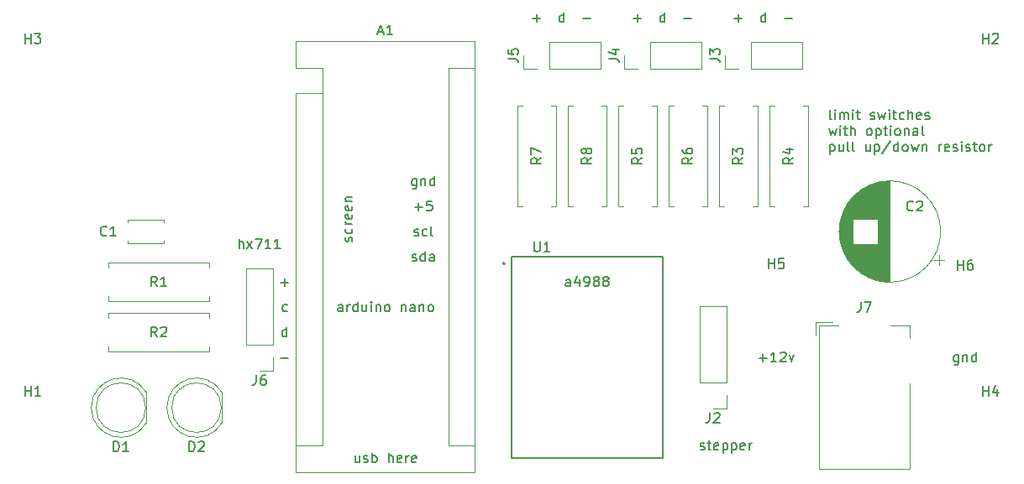
<source format=gbr>
%TF.GenerationSoftware,KiCad,Pcbnew,(6.0.2)*%
%TF.CreationDate,2022-03-04T14:07:56+01:00*%
%TF.ProjectId,interfacev1,696e7465-7266-4616-9365-76312e6b6963,rev?*%
%TF.SameCoordinates,Original*%
%TF.FileFunction,Legend,Top*%
%TF.FilePolarity,Positive*%
%FSLAX46Y46*%
G04 Gerber Fmt 4.6, Leading zero omitted, Abs format (unit mm)*
G04 Created by KiCad (PCBNEW (6.0.2)) date 2022-03-04 14:07:56*
%MOMM*%
%LPD*%
G01*
G04 APERTURE LIST*
%ADD10C,0.150000*%
%ADD11C,0.127000*%
%ADD12C,0.200000*%
%ADD13C,0.120000*%
G04 APERTURE END LIST*
D10*
X118078571Y-90574761D02*
X118173809Y-90622380D01*
X118364285Y-90622380D01*
X118459523Y-90574761D01*
X118507142Y-90479523D01*
X118507142Y-90431904D01*
X118459523Y-90336666D01*
X118364285Y-90289047D01*
X118221428Y-90289047D01*
X118126190Y-90241428D01*
X118078571Y-90146190D01*
X118078571Y-90098571D01*
X118126190Y-90003333D01*
X118221428Y-89955714D01*
X118364285Y-89955714D01*
X118459523Y-90003333D01*
X118792857Y-89955714D02*
X119173809Y-89955714D01*
X118935714Y-89622380D02*
X118935714Y-90479523D01*
X118983333Y-90574761D01*
X119078571Y-90622380D01*
X119173809Y-90622380D01*
X119888095Y-90574761D02*
X119792857Y-90622380D01*
X119602380Y-90622380D01*
X119507142Y-90574761D01*
X119459523Y-90479523D01*
X119459523Y-90098571D01*
X119507142Y-90003333D01*
X119602380Y-89955714D01*
X119792857Y-89955714D01*
X119888095Y-90003333D01*
X119935714Y-90098571D01*
X119935714Y-90193809D01*
X119459523Y-90289047D01*
X120364285Y-89955714D02*
X120364285Y-90955714D01*
X120364285Y-90003333D02*
X120459523Y-89955714D01*
X120650000Y-89955714D01*
X120745238Y-90003333D01*
X120792857Y-90050952D01*
X120840476Y-90146190D01*
X120840476Y-90431904D01*
X120792857Y-90527142D01*
X120745238Y-90574761D01*
X120650000Y-90622380D01*
X120459523Y-90622380D01*
X120364285Y-90574761D01*
X121269047Y-89955714D02*
X121269047Y-90955714D01*
X121269047Y-90003333D02*
X121364285Y-89955714D01*
X121554761Y-89955714D01*
X121650000Y-90003333D01*
X121697619Y-90050952D01*
X121745238Y-90146190D01*
X121745238Y-90431904D01*
X121697619Y-90527142D01*
X121650000Y-90574761D01*
X121554761Y-90622380D01*
X121364285Y-90622380D01*
X121269047Y-90574761D01*
X122554761Y-90574761D02*
X122459523Y-90622380D01*
X122269047Y-90622380D01*
X122173809Y-90574761D01*
X122126190Y-90479523D01*
X122126190Y-90098571D01*
X122173809Y-90003333D01*
X122269047Y-89955714D01*
X122459523Y-89955714D01*
X122554761Y-90003333D01*
X122602380Y-90098571D01*
X122602380Y-90193809D01*
X122126190Y-90289047D01*
X123030952Y-90622380D02*
X123030952Y-89955714D01*
X123030952Y-90146190D02*
X123078571Y-90050952D01*
X123126190Y-90003333D01*
X123221428Y-89955714D01*
X123316666Y-89955714D01*
X71612380Y-70302380D02*
X71612380Y-69302380D01*
X72040952Y-70302380D02*
X72040952Y-69778571D01*
X71993333Y-69683333D01*
X71898095Y-69635714D01*
X71755238Y-69635714D01*
X71660000Y-69683333D01*
X71612380Y-69730952D01*
X72421904Y-70302380D02*
X72945714Y-69635714D01*
X72421904Y-69635714D02*
X72945714Y-70302380D01*
X73231428Y-69302380D02*
X73898095Y-69302380D01*
X73469523Y-70302380D01*
X74802857Y-70302380D02*
X74231428Y-70302380D01*
X74517142Y-70302380D02*
X74517142Y-69302380D01*
X74421904Y-69445238D01*
X74326666Y-69540476D01*
X74231428Y-69588095D01*
X75755238Y-70302380D02*
X75183809Y-70302380D01*
X75469523Y-70302380D02*
X75469523Y-69302380D01*
X75374285Y-69445238D01*
X75279047Y-69540476D01*
X75183809Y-69588095D01*
X82954761Y-69571904D02*
X83002380Y-69476666D01*
X83002380Y-69286190D01*
X82954761Y-69190952D01*
X82859523Y-69143333D01*
X82811904Y-69143333D01*
X82716666Y-69190952D01*
X82669047Y-69286190D01*
X82669047Y-69429047D01*
X82621428Y-69524285D01*
X82526190Y-69571904D01*
X82478571Y-69571904D01*
X82383333Y-69524285D01*
X82335714Y-69429047D01*
X82335714Y-69286190D01*
X82383333Y-69190952D01*
X82954761Y-68286190D02*
X83002380Y-68381428D01*
X83002380Y-68571904D01*
X82954761Y-68667142D01*
X82907142Y-68714761D01*
X82811904Y-68762380D01*
X82526190Y-68762380D01*
X82430952Y-68714761D01*
X82383333Y-68667142D01*
X82335714Y-68571904D01*
X82335714Y-68381428D01*
X82383333Y-68286190D01*
X83002380Y-67857619D02*
X82335714Y-67857619D01*
X82526190Y-67857619D02*
X82430952Y-67810000D01*
X82383333Y-67762380D01*
X82335714Y-67667142D01*
X82335714Y-67571904D01*
X82954761Y-66857619D02*
X83002380Y-66952857D01*
X83002380Y-67143333D01*
X82954761Y-67238571D01*
X82859523Y-67286190D01*
X82478571Y-67286190D01*
X82383333Y-67238571D01*
X82335714Y-67143333D01*
X82335714Y-66952857D01*
X82383333Y-66857619D01*
X82478571Y-66810000D01*
X82573809Y-66810000D01*
X82669047Y-67286190D01*
X82954761Y-66000476D02*
X83002380Y-66095714D01*
X83002380Y-66286190D01*
X82954761Y-66381428D01*
X82859523Y-66429047D01*
X82478571Y-66429047D01*
X82383333Y-66381428D01*
X82335714Y-66286190D01*
X82335714Y-66095714D01*
X82383333Y-66000476D01*
X82478571Y-65952857D01*
X82573809Y-65952857D01*
X82669047Y-66429047D01*
X82335714Y-65524285D02*
X83002380Y-65524285D01*
X82430952Y-65524285D02*
X82383333Y-65476666D01*
X82335714Y-65381428D01*
X82335714Y-65238571D01*
X82383333Y-65143333D01*
X82478571Y-65095714D01*
X83002380Y-65095714D01*
X75819047Y-81351428D02*
X76580952Y-81351428D01*
X76414285Y-79192380D02*
X76414285Y-78192380D01*
X76414285Y-79144761D02*
X76319047Y-79192380D01*
X76128571Y-79192380D01*
X76033333Y-79144761D01*
X75985714Y-79097142D01*
X75938095Y-79001904D01*
X75938095Y-78716190D01*
X75985714Y-78620952D01*
X76033333Y-78573333D01*
X76128571Y-78525714D01*
X76319047Y-78525714D01*
X76414285Y-78573333D01*
X76438095Y-76604761D02*
X76342857Y-76652380D01*
X76152380Y-76652380D01*
X76057142Y-76604761D01*
X76009523Y-76557142D01*
X75961904Y-76461904D01*
X75961904Y-76176190D01*
X76009523Y-76080952D01*
X76057142Y-76033333D01*
X76152380Y-75985714D01*
X76342857Y-75985714D01*
X76438095Y-76033333D01*
X75819047Y-73731428D02*
X76580952Y-73731428D01*
X76200000Y-74112380D02*
X76200000Y-73350476D01*
X131288452Y-57262380D02*
X131193214Y-57214761D01*
X131145595Y-57119523D01*
X131145595Y-56262380D01*
X131669404Y-57262380D02*
X131669404Y-56595714D01*
X131669404Y-56262380D02*
X131621785Y-56310000D01*
X131669404Y-56357619D01*
X131717023Y-56310000D01*
X131669404Y-56262380D01*
X131669404Y-56357619D01*
X132145595Y-57262380D02*
X132145595Y-56595714D01*
X132145595Y-56690952D02*
X132193214Y-56643333D01*
X132288452Y-56595714D01*
X132431309Y-56595714D01*
X132526547Y-56643333D01*
X132574166Y-56738571D01*
X132574166Y-57262380D01*
X132574166Y-56738571D02*
X132621785Y-56643333D01*
X132717023Y-56595714D01*
X132859880Y-56595714D01*
X132955119Y-56643333D01*
X133002738Y-56738571D01*
X133002738Y-57262380D01*
X133478928Y-57262380D02*
X133478928Y-56595714D01*
X133478928Y-56262380D02*
X133431309Y-56310000D01*
X133478928Y-56357619D01*
X133526547Y-56310000D01*
X133478928Y-56262380D01*
X133478928Y-56357619D01*
X133812261Y-56595714D02*
X134193214Y-56595714D01*
X133955119Y-56262380D02*
X133955119Y-57119523D01*
X134002738Y-57214761D01*
X134097976Y-57262380D01*
X134193214Y-57262380D01*
X135240833Y-57214761D02*
X135336071Y-57262380D01*
X135526547Y-57262380D01*
X135621785Y-57214761D01*
X135669404Y-57119523D01*
X135669404Y-57071904D01*
X135621785Y-56976666D01*
X135526547Y-56929047D01*
X135383690Y-56929047D01*
X135288452Y-56881428D01*
X135240833Y-56786190D01*
X135240833Y-56738571D01*
X135288452Y-56643333D01*
X135383690Y-56595714D01*
X135526547Y-56595714D01*
X135621785Y-56643333D01*
X136002738Y-56595714D02*
X136193214Y-57262380D01*
X136383690Y-56786190D01*
X136574166Y-57262380D01*
X136764642Y-56595714D01*
X137145595Y-57262380D02*
X137145595Y-56595714D01*
X137145595Y-56262380D02*
X137097976Y-56310000D01*
X137145595Y-56357619D01*
X137193214Y-56310000D01*
X137145595Y-56262380D01*
X137145595Y-56357619D01*
X137478928Y-56595714D02*
X137859880Y-56595714D01*
X137621785Y-56262380D02*
X137621785Y-57119523D01*
X137669404Y-57214761D01*
X137764642Y-57262380D01*
X137859880Y-57262380D01*
X138621785Y-57214761D02*
X138526547Y-57262380D01*
X138336071Y-57262380D01*
X138240833Y-57214761D01*
X138193214Y-57167142D01*
X138145595Y-57071904D01*
X138145595Y-56786190D01*
X138193214Y-56690952D01*
X138240833Y-56643333D01*
X138336071Y-56595714D01*
X138526547Y-56595714D01*
X138621785Y-56643333D01*
X139050357Y-57262380D02*
X139050357Y-56262380D01*
X139478928Y-57262380D02*
X139478928Y-56738571D01*
X139431309Y-56643333D01*
X139336071Y-56595714D01*
X139193214Y-56595714D01*
X139097976Y-56643333D01*
X139050357Y-56690952D01*
X140336071Y-57214761D02*
X140240833Y-57262380D01*
X140050357Y-57262380D01*
X139955119Y-57214761D01*
X139907500Y-57119523D01*
X139907500Y-56738571D01*
X139955119Y-56643333D01*
X140050357Y-56595714D01*
X140240833Y-56595714D01*
X140336071Y-56643333D01*
X140383690Y-56738571D01*
X140383690Y-56833809D01*
X139907500Y-56929047D01*
X140764642Y-57214761D02*
X140859880Y-57262380D01*
X141050357Y-57262380D01*
X141145595Y-57214761D01*
X141193214Y-57119523D01*
X141193214Y-57071904D01*
X141145595Y-56976666D01*
X141050357Y-56929047D01*
X140907500Y-56929047D01*
X140812261Y-56881428D01*
X140764642Y-56786190D01*
X140764642Y-56738571D01*
X140812261Y-56643333D01*
X140907500Y-56595714D01*
X141050357Y-56595714D01*
X141145595Y-56643333D01*
X131050357Y-58205714D02*
X131240833Y-58872380D01*
X131431309Y-58396190D01*
X131621785Y-58872380D01*
X131812261Y-58205714D01*
X132193214Y-58872380D02*
X132193214Y-58205714D01*
X132193214Y-57872380D02*
X132145595Y-57920000D01*
X132193214Y-57967619D01*
X132240833Y-57920000D01*
X132193214Y-57872380D01*
X132193214Y-57967619D01*
X132526547Y-58205714D02*
X132907500Y-58205714D01*
X132669404Y-57872380D02*
X132669404Y-58729523D01*
X132717023Y-58824761D01*
X132812261Y-58872380D01*
X132907500Y-58872380D01*
X133240833Y-58872380D02*
X133240833Y-57872380D01*
X133669404Y-58872380D02*
X133669404Y-58348571D01*
X133621785Y-58253333D01*
X133526547Y-58205714D01*
X133383690Y-58205714D01*
X133288452Y-58253333D01*
X133240833Y-58300952D01*
X135050357Y-58872380D02*
X134955119Y-58824761D01*
X134907500Y-58777142D01*
X134859880Y-58681904D01*
X134859880Y-58396190D01*
X134907500Y-58300952D01*
X134955119Y-58253333D01*
X135050357Y-58205714D01*
X135193214Y-58205714D01*
X135288452Y-58253333D01*
X135336071Y-58300952D01*
X135383690Y-58396190D01*
X135383690Y-58681904D01*
X135336071Y-58777142D01*
X135288452Y-58824761D01*
X135193214Y-58872380D01*
X135050357Y-58872380D01*
X135812261Y-58205714D02*
X135812261Y-59205714D01*
X135812261Y-58253333D02*
X135907500Y-58205714D01*
X136097976Y-58205714D01*
X136193214Y-58253333D01*
X136240833Y-58300952D01*
X136288452Y-58396190D01*
X136288452Y-58681904D01*
X136240833Y-58777142D01*
X136193214Y-58824761D01*
X136097976Y-58872380D01*
X135907500Y-58872380D01*
X135812261Y-58824761D01*
X136574166Y-58205714D02*
X136955119Y-58205714D01*
X136717023Y-57872380D02*
X136717023Y-58729523D01*
X136764642Y-58824761D01*
X136859880Y-58872380D01*
X136955119Y-58872380D01*
X137288452Y-58872380D02*
X137288452Y-58205714D01*
X137288452Y-57872380D02*
X137240833Y-57920000D01*
X137288452Y-57967619D01*
X137336071Y-57920000D01*
X137288452Y-57872380D01*
X137288452Y-57967619D01*
X137907500Y-58872380D02*
X137812261Y-58824761D01*
X137764642Y-58777142D01*
X137717023Y-58681904D01*
X137717023Y-58396190D01*
X137764642Y-58300952D01*
X137812261Y-58253333D01*
X137907500Y-58205714D01*
X138050357Y-58205714D01*
X138145595Y-58253333D01*
X138193214Y-58300952D01*
X138240833Y-58396190D01*
X138240833Y-58681904D01*
X138193214Y-58777142D01*
X138145595Y-58824761D01*
X138050357Y-58872380D01*
X137907500Y-58872380D01*
X138669404Y-58205714D02*
X138669404Y-58872380D01*
X138669404Y-58300952D02*
X138717023Y-58253333D01*
X138812261Y-58205714D01*
X138955119Y-58205714D01*
X139050357Y-58253333D01*
X139097976Y-58348571D01*
X139097976Y-58872380D01*
X140002738Y-58872380D02*
X140002738Y-58348571D01*
X139955119Y-58253333D01*
X139859880Y-58205714D01*
X139669404Y-58205714D01*
X139574166Y-58253333D01*
X140002738Y-58824761D02*
X139907500Y-58872380D01*
X139669404Y-58872380D01*
X139574166Y-58824761D01*
X139526547Y-58729523D01*
X139526547Y-58634285D01*
X139574166Y-58539047D01*
X139669404Y-58491428D01*
X139907500Y-58491428D01*
X140002738Y-58443809D01*
X140621785Y-58872380D02*
X140526547Y-58824761D01*
X140478928Y-58729523D01*
X140478928Y-57872380D01*
X131145595Y-59815714D02*
X131145595Y-60815714D01*
X131145595Y-59863333D02*
X131240833Y-59815714D01*
X131431309Y-59815714D01*
X131526547Y-59863333D01*
X131574166Y-59910952D01*
X131621785Y-60006190D01*
X131621785Y-60291904D01*
X131574166Y-60387142D01*
X131526547Y-60434761D01*
X131431309Y-60482380D01*
X131240833Y-60482380D01*
X131145595Y-60434761D01*
X132478928Y-59815714D02*
X132478928Y-60482380D01*
X132050357Y-59815714D02*
X132050357Y-60339523D01*
X132097976Y-60434761D01*
X132193214Y-60482380D01*
X132336071Y-60482380D01*
X132431309Y-60434761D01*
X132478928Y-60387142D01*
X133097976Y-60482380D02*
X133002738Y-60434761D01*
X132955119Y-60339523D01*
X132955119Y-59482380D01*
X133621785Y-60482380D02*
X133526547Y-60434761D01*
X133478928Y-60339523D01*
X133478928Y-59482380D01*
X135193214Y-59815714D02*
X135193214Y-60482380D01*
X134764642Y-59815714D02*
X134764642Y-60339523D01*
X134812261Y-60434761D01*
X134907500Y-60482380D01*
X135050357Y-60482380D01*
X135145595Y-60434761D01*
X135193214Y-60387142D01*
X135669404Y-59815714D02*
X135669404Y-60815714D01*
X135669404Y-59863333D02*
X135764642Y-59815714D01*
X135955119Y-59815714D01*
X136050357Y-59863333D01*
X136097976Y-59910952D01*
X136145595Y-60006190D01*
X136145595Y-60291904D01*
X136097976Y-60387142D01*
X136050357Y-60434761D01*
X135955119Y-60482380D01*
X135764642Y-60482380D01*
X135669404Y-60434761D01*
X137288452Y-59434761D02*
X136431309Y-60720476D01*
X138050357Y-60482380D02*
X138050357Y-59482380D01*
X138050357Y-60434761D02*
X137955119Y-60482380D01*
X137764642Y-60482380D01*
X137669404Y-60434761D01*
X137621785Y-60387142D01*
X137574166Y-60291904D01*
X137574166Y-60006190D01*
X137621785Y-59910952D01*
X137669404Y-59863333D01*
X137764642Y-59815714D01*
X137955119Y-59815714D01*
X138050357Y-59863333D01*
X138669404Y-60482380D02*
X138574166Y-60434761D01*
X138526547Y-60387142D01*
X138478928Y-60291904D01*
X138478928Y-60006190D01*
X138526547Y-59910952D01*
X138574166Y-59863333D01*
X138669404Y-59815714D01*
X138812261Y-59815714D01*
X138907500Y-59863333D01*
X138955119Y-59910952D01*
X139002738Y-60006190D01*
X139002738Y-60291904D01*
X138955119Y-60387142D01*
X138907500Y-60434761D01*
X138812261Y-60482380D01*
X138669404Y-60482380D01*
X139336071Y-59815714D02*
X139526547Y-60482380D01*
X139717023Y-60006190D01*
X139907500Y-60482380D01*
X140097976Y-59815714D01*
X140478928Y-59815714D02*
X140478928Y-60482380D01*
X140478928Y-59910952D02*
X140526547Y-59863333D01*
X140621785Y-59815714D01*
X140764642Y-59815714D01*
X140859880Y-59863333D01*
X140907500Y-59958571D01*
X140907500Y-60482380D01*
X142145595Y-60482380D02*
X142145595Y-59815714D01*
X142145595Y-60006190D02*
X142193214Y-59910952D01*
X142240833Y-59863333D01*
X142336071Y-59815714D01*
X142431309Y-59815714D01*
X143145595Y-60434761D02*
X143050357Y-60482380D01*
X142859880Y-60482380D01*
X142764642Y-60434761D01*
X142717023Y-60339523D01*
X142717023Y-59958571D01*
X142764642Y-59863333D01*
X142859880Y-59815714D01*
X143050357Y-59815714D01*
X143145595Y-59863333D01*
X143193214Y-59958571D01*
X143193214Y-60053809D01*
X142717023Y-60149047D01*
X143574166Y-60434761D02*
X143669404Y-60482380D01*
X143859880Y-60482380D01*
X143955119Y-60434761D01*
X144002738Y-60339523D01*
X144002738Y-60291904D01*
X143955119Y-60196666D01*
X143859880Y-60149047D01*
X143717023Y-60149047D01*
X143621785Y-60101428D01*
X143574166Y-60006190D01*
X143574166Y-59958571D01*
X143621785Y-59863333D01*
X143717023Y-59815714D01*
X143859880Y-59815714D01*
X143955119Y-59863333D01*
X144431309Y-60482380D02*
X144431309Y-59815714D01*
X144431309Y-59482380D02*
X144383690Y-59530000D01*
X144431309Y-59577619D01*
X144478928Y-59530000D01*
X144431309Y-59482380D01*
X144431309Y-59577619D01*
X144859880Y-60434761D02*
X144955119Y-60482380D01*
X145145595Y-60482380D01*
X145240833Y-60434761D01*
X145288452Y-60339523D01*
X145288452Y-60291904D01*
X145240833Y-60196666D01*
X145145595Y-60149047D01*
X145002738Y-60149047D01*
X144907500Y-60101428D01*
X144859880Y-60006190D01*
X144859880Y-59958571D01*
X144907500Y-59863333D01*
X145002738Y-59815714D01*
X145145595Y-59815714D01*
X145240833Y-59863333D01*
X145574166Y-59815714D02*
X145955119Y-59815714D01*
X145717023Y-59482380D02*
X145717023Y-60339523D01*
X145764642Y-60434761D01*
X145859880Y-60482380D01*
X145955119Y-60482380D01*
X146431309Y-60482380D02*
X146336071Y-60434761D01*
X146288452Y-60387142D01*
X146240833Y-60291904D01*
X146240833Y-60006190D01*
X146288452Y-59910952D01*
X146336071Y-59863333D01*
X146431309Y-59815714D01*
X146574166Y-59815714D01*
X146669404Y-59863333D01*
X146717023Y-59910952D01*
X146764642Y-60006190D01*
X146764642Y-60291904D01*
X146717023Y-60387142D01*
X146669404Y-60434761D01*
X146574166Y-60482380D01*
X146431309Y-60482380D01*
X147193214Y-60482380D02*
X147193214Y-59815714D01*
X147193214Y-60006190D02*
X147240833Y-59910952D01*
X147288452Y-59863333D01*
X147383690Y-59815714D01*
X147478928Y-59815714D01*
X114514285Y-47442380D02*
X114514285Y-46442380D01*
X114514285Y-47394761D02*
X114419047Y-47442380D01*
X114228571Y-47442380D01*
X114133333Y-47394761D01*
X114085714Y-47347142D01*
X114038095Y-47251904D01*
X114038095Y-46966190D01*
X114085714Y-46870952D01*
X114133333Y-46823333D01*
X114228571Y-46775714D01*
X114419047Y-46775714D01*
X114514285Y-46823333D01*
X111379047Y-47061428D02*
X112140952Y-47061428D01*
X111760000Y-47442380D02*
X111760000Y-46680476D01*
X116459047Y-47061428D02*
X117220952Y-47061428D01*
X124674285Y-47442380D02*
X124674285Y-46442380D01*
X124674285Y-47394761D02*
X124579047Y-47442380D01*
X124388571Y-47442380D01*
X124293333Y-47394761D01*
X124245714Y-47347142D01*
X124198095Y-47251904D01*
X124198095Y-46966190D01*
X124245714Y-46870952D01*
X124293333Y-46823333D01*
X124388571Y-46775714D01*
X124579047Y-46775714D01*
X124674285Y-46823333D01*
X121539047Y-47061428D02*
X122300952Y-47061428D01*
X121920000Y-47442380D02*
X121920000Y-46680476D01*
X126619047Y-47061428D02*
X127380952Y-47061428D01*
X104354285Y-47442380D02*
X104354285Y-46442380D01*
X104354285Y-47394761D02*
X104259047Y-47442380D01*
X104068571Y-47442380D01*
X103973333Y-47394761D01*
X103925714Y-47347142D01*
X103878095Y-47251904D01*
X103878095Y-46966190D01*
X103925714Y-46870952D01*
X103973333Y-46823333D01*
X104068571Y-46775714D01*
X104259047Y-46775714D01*
X104354285Y-46823333D01*
X106299047Y-47061428D02*
X107060952Y-47061428D01*
X101219047Y-47061428D02*
X101980952Y-47061428D01*
X101600000Y-47442380D02*
X101600000Y-46680476D01*
X89050952Y-71524761D02*
X89146190Y-71572380D01*
X89336666Y-71572380D01*
X89431904Y-71524761D01*
X89479523Y-71429523D01*
X89479523Y-71381904D01*
X89431904Y-71286666D01*
X89336666Y-71239047D01*
X89193809Y-71239047D01*
X89098571Y-71191428D01*
X89050952Y-71096190D01*
X89050952Y-71048571D01*
X89098571Y-70953333D01*
X89193809Y-70905714D01*
X89336666Y-70905714D01*
X89431904Y-70953333D01*
X90336666Y-71572380D02*
X90336666Y-70572380D01*
X90336666Y-71524761D02*
X90241428Y-71572380D01*
X90050952Y-71572380D01*
X89955714Y-71524761D01*
X89908095Y-71477142D01*
X89860476Y-71381904D01*
X89860476Y-71096190D01*
X89908095Y-71000952D01*
X89955714Y-70953333D01*
X90050952Y-70905714D01*
X90241428Y-70905714D01*
X90336666Y-70953333D01*
X91241428Y-71572380D02*
X91241428Y-71048571D01*
X91193809Y-70953333D01*
X91098571Y-70905714D01*
X90908095Y-70905714D01*
X90812857Y-70953333D01*
X91241428Y-71524761D02*
X91146190Y-71572380D01*
X90908095Y-71572380D01*
X90812857Y-71524761D01*
X90765238Y-71429523D01*
X90765238Y-71334285D01*
X90812857Y-71239047D01*
X90908095Y-71191428D01*
X91146190Y-71191428D01*
X91241428Y-71143809D01*
X89265238Y-68984761D02*
X89360476Y-69032380D01*
X89550952Y-69032380D01*
X89646190Y-68984761D01*
X89693809Y-68889523D01*
X89693809Y-68841904D01*
X89646190Y-68746666D01*
X89550952Y-68699047D01*
X89408095Y-68699047D01*
X89312857Y-68651428D01*
X89265238Y-68556190D01*
X89265238Y-68508571D01*
X89312857Y-68413333D01*
X89408095Y-68365714D01*
X89550952Y-68365714D01*
X89646190Y-68413333D01*
X90550952Y-68984761D02*
X90455714Y-69032380D01*
X90265238Y-69032380D01*
X90170000Y-68984761D01*
X90122380Y-68937142D01*
X90074761Y-68841904D01*
X90074761Y-68556190D01*
X90122380Y-68460952D01*
X90170000Y-68413333D01*
X90265238Y-68365714D01*
X90455714Y-68365714D01*
X90550952Y-68413333D01*
X91122380Y-69032380D02*
X91027142Y-68984761D01*
X90979523Y-68889523D01*
X90979523Y-68032380D01*
X89312857Y-66111428D02*
X90074761Y-66111428D01*
X89693809Y-66492380D02*
X89693809Y-65730476D01*
X91027142Y-65492380D02*
X90550952Y-65492380D01*
X90503333Y-65968571D01*
X90550952Y-65920952D01*
X90646190Y-65873333D01*
X90884285Y-65873333D01*
X90979523Y-65920952D01*
X91027142Y-65968571D01*
X91074761Y-66063809D01*
X91074761Y-66301904D01*
X91027142Y-66397142D01*
X90979523Y-66444761D01*
X90884285Y-66492380D01*
X90646190Y-66492380D01*
X90550952Y-66444761D01*
X90503333Y-66397142D01*
X89479523Y-63285714D02*
X89479523Y-64095238D01*
X89431904Y-64190476D01*
X89384285Y-64238095D01*
X89289047Y-64285714D01*
X89146190Y-64285714D01*
X89050952Y-64238095D01*
X89479523Y-63904761D02*
X89384285Y-63952380D01*
X89193809Y-63952380D01*
X89098571Y-63904761D01*
X89050952Y-63857142D01*
X89003333Y-63761904D01*
X89003333Y-63476190D01*
X89050952Y-63380952D01*
X89098571Y-63333333D01*
X89193809Y-63285714D01*
X89384285Y-63285714D01*
X89479523Y-63333333D01*
X89955714Y-63285714D02*
X89955714Y-63952380D01*
X89955714Y-63380952D02*
X90003333Y-63333333D01*
X90098571Y-63285714D01*
X90241428Y-63285714D01*
X90336666Y-63333333D01*
X90384285Y-63428571D01*
X90384285Y-63952380D01*
X91289047Y-63952380D02*
X91289047Y-62952380D01*
X91289047Y-63904761D02*
X91193809Y-63952380D01*
X91003333Y-63952380D01*
X90908095Y-63904761D01*
X90860476Y-63857142D01*
X90812857Y-63761904D01*
X90812857Y-63476190D01*
X90860476Y-63380952D01*
X90908095Y-63333333D01*
X91003333Y-63285714D01*
X91193809Y-63285714D01*
X91289047Y-63333333D01*
X83717142Y-91225714D02*
X83717142Y-91892380D01*
X83288571Y-91225714D02*
X83288571Y-91749523D01*
X83336190Y-91844761D01*
X83431428Y-91892380D01*
X83574285Y-91892380D01*
X83669523Y-91844761D01*
X83717142Y-91797142D01*
X84145714Y-91844761D02*
X84240952Y-91892380D01*
X84431428Y-91892380D01*
X84526666Y-91844761D01*
X84574285Y-91749523D01*
X84574285Y-91701904D01*
X84526666Y-91606666D01*
X84431428Y-91559047D01*
X84288571Y-91559047D01*
X84193333Y-91511428D01*
X84145714Y-91416190D01*
X84145714Y-91368571D01*
X84193333Y-91273333D01*
X84288571Y-91225714D01*
X84431428Y-91225714D01*
X84526666Y-91273333D01*
X85002857Y-91892380D02*
X85002857Y-90892380D01*
X85002857Y-91273333D02*
X85098095Y-91225714D01*
X85288571Y-91225714D01*
X85383809Y-91273333D01*
X85431428Y-91320952D01*
X85479047Y-91416190D01*
X85479047Y-91701904D01*
X85431428Y-91797142D01*
X85383809Y-91844761D01*
X85288571Y-91892380D01*
X85098095Y-91892380D01*
X85002857Y-91844761D01*
X86669523Y-91892380D02*
X86669523Y-90892380D01*
X87098095Y-91892380D02*
X87098095Y-91368571D01*
X87050476Y-91273333D01*
X86955238Y-91225714D01*
X86812380Y-91225714D01*
X86717142Y-91273333D01*
X86669523Y-91320952D01*
X87955238Y-91844761D02*
X87860000Y-91892380D01*
X87669523Y-91892380D01*
X87574285Y-91844761D01*
X87526666Y-91749523D01*
X87526666Y-91368571D01*
X87574285Y-91273333D01*
X87669523Y-91225714D01*
X87860000Y-91225714D01*
X87955238Y-91273333D01*
X88002857Y-91368571D01*
X88002857Y-91463809D01*
X87526666Y-91559047D01*
X88431428Y-91892380D02*
X88431428Y-91225714D01*
X88431428Y-91416190D02*
X88479047Y-91320952D01*
X88526666Y-91273333D01*
X88621904Y-91225714D01*
X88717142Y-91225714D01*
X89431428Y-91844761D02*
X89336190Y-91892380D01*
X89145714Y-91892380D01*
X89050476Y-91844761D01*
X89002857Y-91749523D01*
X89002857Y-91368571D01*
X89050476Y-91273333D01*
X89145714Y-91225714D01*
X89336190Y-91225714D01*
X89431428Y-91273333D01*
X89479047Y-91368571D01*
X89479047Y-91463809D01*
X89002857Y-91559047D01*
X82026666Y-76652380D02*
X82026666Y-76128571D01*
X81979047Y-76033333D01*
X81883809Y-75985714D01*
X81693333Y-75985714D01*
X81598095Y-76033333D01*
X82026666Y-76604761D02*
X81931428Y-76652380D01*
X81693333Y-76652380D01*
X81598095Y-76604761D01*
X81550476Y-76509523D01*
X81550476Y-76414285D01*
X81598095Y-76319047D01*
X81693333Y-76271428D01*
X81931428Y-76271428D01*
X82026666Y-76223809D01*
X82502857Y-76652380D02*
X82502857Y-75985714D01*
X82502857Y-76176190D02*
X82550476Y-76080952D01*
X82598095Y-76033333D01*
X82693333Y-75985714D01*
X82788571Y-75985714D01*
X83550476Y-76652380D02*
X83550476Y-75652380D01*
X83550476Y-76604761D02*
X83455238Y-76652380D01*
X83264761Y-76652380D01*
X83169523Y-76604761D01*
X83121904Y-76557142D01*
X83074285Y-76461904D01*
X83074285Y-76176190D01*
X83121904Y-76080952D01*
X83169523Y-76033333D01*
X83264761Y-75985714D01*
X83455238Y-75985714D01*
X83550476Y-76033333D01*
X84455238Y-75985714D02*
X84455238Y-76652380D01*
X84026666Y-75985714D02*
X84026666Y-76509523D01*
X84074285Y-76604761D01*
X84169523Y-76652380D01*
X84312380Y-76652380D01*
X84407619Y-76604761D01*
X84455238Y-76557142D01*
X84931428Y-76652380D02*
X84931428Y-75985714D01*
X84931428Y-75652380D02*
X84883809Y-75700000D01*
X84931428Y-75747619D01*
X84979047Y-75700000D01*
X84931428Y-75652380D01*
X84931428Y-75747619D01*
X85407619Y-75985714D02*
X85407619Y-76652380D01*
X85407619Y-76080952D02*
X85455238Y-76033333D01*
X85550476Y-75985714D01*
X85693333Y-75985714D01*
X85788571Y-76033333D01*
X85836190Y-76128571D01*
X85836190Y-76652380D01*
X86455238Y-76652380D02*
X86360000Y-76604761D01*
X86312380Y-76557142D01*
X86264761Y-76461904D01*
X86264761Y-76176190D01*
X86312380Y-76080952D01*
X86360000Y-76033333D01*
X86455238Y-75985714D01*
X86598095Y-75985714D01*
X86693333Y-76033333D01*
X86740952Y-76080952D01*
X86788571Y-76176190D01*
X86788571Y-76461904D01*
X86740952Y-76557142D01*
X86693333Y-76604761D01*
X86598095Y-76652380D01*
X86455238Y-76652380D01*
X87979047Y-75985714D02*
X87979047Y-76652380D01*
X87979047Y-76080952D02*
X88026666Y-76033333D01*
X88121904Y-75985714D01*
X88264761Y-75985714D01*
X88360000Y-76033333D01*
X88407619Y-76128571D01*
X88407619Y-76652380D01*
X89312380Y-76652380D02*
X89312380Y-76128571D01*
X89264761Y-76033333D01*
X89169523Y-75985714D01*
X88979047Y-75985714D01*
X88883809Y-76033333D01*
X89312380Y-76604761D02*
X89217142Y-76652380D01*
X88979047Y-76652380D01*
X88883809Y-76604761D01*
X88836190Y-76509523D01*
X88836190Y-76414285D01*
X88883809Y-76319047D01*
X88979047Y-76271428D01*
X89217142Y-76271428D01*
X89312380Y-76223809D01*
X89788571Y-75985714D02*
X89788571Y-76652380D01*
X89788571Y-76080952D02*
X89836190Y-76033333D01*
X89931428Y-75985714D01*
X90074285Y-75985714D01*
X90169523Y-76033333D01*
X90217142Y-76128571D01*
X90217142Y-76652380D01*
X90836190Y-76652380D02*
X90740952Y-76604761D01*
X90693333Y-76557142D01*
X90645714Y-76461904D01*
X90645714Y-76176190D01*
X90693333Y-76080952D01*
X90740952Y-76033333D01*
X90836190Y-75985714D01*
X90979047Y-75985714D01*
X91074285Y-76033333D01*
X91121904Y-76080952D01*
X91169523Y-76176190D01*
X91169523Y-76461904D01*
X91121904Y-76557142D01*
X91074285Y-76604761D01*
X90979047Y-76652380D01*
X90836190Y-76652380D01*
X104989523Y-74112380D02*
X104989523Y-73588571D01*
X104941904Y-73493333D01*
X104846666Y-73445714D01*
X104656190Y-73445714D01*
X104560952Y-73493333D01*
X104989523Y-74064761D02*
X104894285Y-74112380D01*
X104656190Y-74112380D01*
X104560952Y-74064761D01*
X104513333Y-73969523D01*
X104513333Y-73874285D01*
X104560952Y-73779047D01*
X104656190Y-73731428D01*
X104894285Y-73731428D01*
X104989523Y-73683809D01*
X105894285Y-73445714D02*
X105894285Y-74112380D01*
X105656190Y-73064761D02*
X105418095Y-73779047D01*
X106037142Y-73779047D01*
X106465714Y-74112380D02*
X106656190Y-74112380D01*
X106751428Y-74064761D01*
X106799047Y-74017142D01*
X106894285Y-73874285D01*
X106941904Y-73683809D01*
X106941904Y-73302857D01*
X106894285Y-73207619D01*
X106846666Y-73160000D01*
X106751428Y-73112380D01*
X106560952Y-73112380D01*
X106465714Y-73160000D01*
X106418095Y-73207619D01*
X106370476Y-73302857D01*
X106370476Y-73540952D01*
X106418095Y-73636190D01*
X106465714Y-73683809D01*
X106560952Y-73731428D01*
X106751428Y-73731428D01*
X106846666Y-73683809D01*
X106894285Y-73636190D01*
X106941904Y-73540952D01*
X107513333Y-73540952D02*
X107418095Y-73493333D01*
X107370476Y-73445714D01*
X107322857Y-73350476D01*
X107322857Y-73302857D01*
X107370476Y-73207619D01*
X107418095Y-73160000D01*
X107513333Y-73112380D01*
X107703809Y-73112380D01*
X107799047Y-73160000D01*
X107846666Y-73207619D01*
X107894285Y-73302857D01*
X107894285Y-73350476D01*
X107846666Y-73445714D01*
X107799047Y-73493333D01*
X107703809Y-73540952D01*
X107513333Y-73540952D01*
X107418095Y-73588571D01*
X107370476Y-73636190D01*
X107322857Y-73731428D01*
X107322857Y-73921904D01*
X107370476Y-74017142D01*
X107418095Y-74064761D01*
X107513333Y-74112380D01*
X107703809Y-74112380D01*
X107799047Y-74064761D01*
X107846666Y-74017142D01*
X107894285Y-73921904D01*
X107894285Y-73731428D01*
X107846666Y-73636190D01*
X107799047Y-73588571D01*
X107703809Y-73540952D01*
X108465714Y-73540952D02*
X108370476Y-73493333D01*
X108322857Y-73445714D01*
X108275238Y-73350476D01*
X108275238Y-73302857D01*
X108322857Y-73207619D01*
X108370476Y-73160000D01*
X108465714Y-73112380D01*
X108656190Y-73112380D01*
X108751428Y-73160000D01*
X108799047Y-73207619D01*
X108846666Y-73302857D01*
X108846666Y-73350476D01*
X108799047Y-73445714D01*
X108751428Y-73493333D01*
X108656190Y-73540952D01*
X108465714Y-73540952D01*
X108370476Y-73588571D01*
X108322857Y-73636190D01*
X108275238Y-73731428D01*
X108275238Y-73921904D01*
X108322857Y-74017142D01*
X108370476Y-74064761D01*
X108465714Y-74112380D01*
X108656190Y-74112380D01*
X108751428Y-74064761D01*
X108799047Y-74017142D01*
X108846666Y-73921904D01*
X108846666Y-73731428D01*
X108799047Y-73636190D01*
X108751428Y-73588571D01*
X108656190Y-73540952D01*
X144089523Y-81065714D02*
X144089523Y-81875238D01*
X144041904Y-81970476D01*
X143994285Y-82018095D01*
X143899047Y-82065714D01*
X143756190Y-82065714D01*
X143660952Y-82018095D01*
X144089523Y-81684761D02*
X143994285Y-81732380D01*
X143803809Y-81732380D01*
X143708571Y-81684761D01*
X143660952Y-81637142D01*
X143613333Y-81541904D01*
X143613333Y-81256190D01*
X143660952Y-81160952D01*
X143708571Y-81113333D01*
X143803809Y-81065714D01*
X143994285Y-81065714D01*
X144089523Y-81113333D01*
X144565714Y-81065714D02*
X144565714Y-81732380D01*
X144565714Y-81160952D02*
X144613333Y-81113333D01*
X144708571Y-81065714D01*
X144851428Y-81065714D01*
X144946666Y-81113333D01*
X144994285Y-81208571D01*
X144994285Y-81732380D01*
X145899047Y-81732380D02*
X145899047Y-80732380D01*
X145899047Y-81684761D02*
X145803809Y-81732380D01*
X145613333Y-81732380D01*
X145518095Y-81684761D01*
X145470476Y-81637142D01*
X145422857Y-81541904D01*
X145422857Y-81256190D01*
X145470476Y-81160952D01*
X145518095Y-81113333D01*
X145613333Y-81065714D01*
X145803809Y-81065714D01*
X145899047Y-81113333D01*
X124015714Y-81351428D02*
X124777619Y-81351428D01*
X124396666Y-81732380D02*
X124396666Y-80970476D01*
X125777619Y-81732380D02*
X125206190Y-81732380D01*
X125491904Y-81732380D02*
X125491904Y-80732380D01*
X125396666Y-80875238D01*
X125301428Y-80970476D01*
X125206190Y-81018095D01*
X126158571Y-80827619D02*
X126206190Y-80780000D01*
X126301428Y-80732380D01*
X126539523Y-80732380D01*
X126634761Y-80780000D01*
X126682380Y-80827619D01*
X126730000Y-80922857D01*
X126730000Y-81018095D01*
X126682380Y-81160952D01*
X126110952Y-81732380D01*
X126730000Y-81732380D01*
X127063333Y-81065714D02*
X127301428Y-81732380D01*
X127539523Y-81065714D01*
%TO.C,U1*%
X101343095Y-69597380D02*
X101343095Y-70406904D01*
X101390714Y-70502142D01*
X101438333Y-70549761D01*
X101533571Y-70597380D01*
X101724047Y-70597380D01*
X101819285Y-70549761D01*
X101866904Y-70502142D01*
X101914523Y-70406904D01*
X101914523Y-69597380D01*
X102914523Y-70597380D02*
X102343095Y-70597380D01*
X102628809Y-70597380D02*
X102628809Y-69597380D01*
X102533571Y-69740238D01*
X102438333Y-69835476D01*
X102343095Y-69883095D01*
%TO.C,R8*%
X107132380Y-61126666D02*
X106656190Y-61460000D01*
X107132380Y-61698095D02*
X106132380Y-61698095D01*
X106132380Y-61317142D01*
X106180000Y-61221904D01*
X106227619Y-61174285D01*
X106322857Y-61126666D01*
X106465714Y-61126666D01*
X106560952Y-61174285D01*
X106608571Y-61221904D01*
X106656190Y-61317142D01*
X106656190Y-61698095D01*
X106560952Y-60555238D02*
X106513333Y-60650476D01*
X106465714Y-60698095D01*
X106370476Y-60745714D01*
X106322857Y-60745714D01*
X106227619Y-60698095D01*
X106180000Y-60650476D01*
X106132380Y-60555238D01*
X106132380Y-60364761D01*
X106180000Y-60269523D01*
X106227619Y-60221904D01*
X106322857Y-60174285D01*
X106370476Y-60174285D01*
X106465714Y-60221904D01*
X106513333Y-60269523D01*
X106560952Y-60364761D01*
X106560952Y-60555238D01*
X106608571Y-60650476D01*
X106656190Y-60698095D01*
X106751428Y-60745714D01*
X106941904Y-60745714D01*
X107037142Y-60698095D01*
X107084761Y-60650476D01*
X107132380Y-60555238D01*
X107132380Y-60364761D01*
X107084761Y-60269523D01*
X107037142Y-60221904D01*
X106941904Y-60174285D01*
X106751428Y-60174285D01*
X106656190Y-60221904D01*
X106608571Y-60269523D01*
X106560952Y-60364761D01*
%TO.C,R7*%
X102052380Y-61126666D02*
X101576190Y-61460000D01*
X102052380Y-61698095D02*
X101052380Y-61698095D01*
X101052380Y-61317142D01*
X101100000Y-61221904D01*
X101147619Y-61174285D01*
X101242857Y-61126666D01*
X101385714Y-61126666D01*
X101480952Y-61174285D01*
X101528571Y-61221904D01*
X101576190Y-61317142D01*
X101576190Y-61698095D01*
X101052380Y-60793333D02*
X101052380Y-60126666D01*
X102052380Y-60555238D01*
%TO.C,R6*%
X117292380Y-61126666D02*
X116816190Y-61460000D01*
X117292380Y-61698095D02*
X116292380Y-61698095D01*
X116292380Y-61317142D01*
X116340000Y-61221904D01*
X116387619Y-61174285D01*
X116482857Y-61126666D01*
X116625714Y-61126666D01*
X116720952Y-61174285D01*
X116768571Y-61221904D01*
X116816190Y-61317142D01*
X116816190Y-61698095D01*
X116292380Y-60269523D02*
X116292380Y-60460000D01*
X116340000Y-60555238D01*
X116387619Y-60602857D01*
X116530476Y-60698095D01*
X116720952Y-60745714D01*
X117101904Y-60745714D01*
X117197142Y-60698095D01*
X117244761Y-60650476D01*
X117292380Y-60555238D01*
X117292380Y-60364761D01*
X117244761Y-60269523D01*
X117197142Y-60221904D01*
X117101904Y-60174285D01*
X116863809Y-60174285D01*
X116768571Y-60221904D01*
X116720952Y-60269523D01*
X116673333Y-60364761D01*
X116673333Y-60555238D01*
X116720952Y-60650476D01*
X116768571Y-60698095D01*
X116863809Y-60745714D01*
%TO.C,R5*%
X112212380Y-61126666D02*
X111736190Y-61460000D01*
X112212380Y-61698095D02*
X111212380Y-61698095D01*
X111212380Y-61317142D01*
X111260000Y-61221904D01*
X111307619Y-61174285D01*
X111402857Y-61126666D01*
X111545714Y-61126666D01*
X111640952Y-61174285D01*
X111688571Y-61221904D01*
X111736190Y-61317142D01*
X111736190Y-61698095D01*
X111212380Y-60221904D02*
X111212380Y-60698095D01*
X111688571Y-60745714D01*
X111640952Y-60698095D01*
X111593333Y-60602857D01*
X111593333Y-60364761D01*
X111640952Y-60269523D01*
X111688571Y-60221904D01*
X111783809Y-60174285D01*
X112021904Y-60174285D01*
X112117142Y-60221904D01*
X112164761Y-60269523D01*
X112212380Y-60364761D01*
X112212380Y-60602857D01*
X112164761Y-60698095D01*
X112117142Y-60745714D01*
%TO.C,R4*%
X127452380Y-61126666D02*
X126976190Y-61460000D01*
X127452380Y-61698095D02*
X126452380Y-61698095D01*
X126452380Y-61317142D01*
X126500000Y-61221904D01*
X126547619Y-61174285D01*
X126642857Y-61126666D01*
X126785714Y-61126666D01*
X126880952Y-61174285D01*
X126928571Y-61221904D01*
X126976190Y-61317142D01*
X126976190Y-61698095D01*
X126785714Y-60269523D02*
X127452380Y-60269523D01*
X126404761Y-60507619D02*
X127119047Y-60745714D01*
X127119047Y-60126666D01*
%TO.C,R3*%
X122372380Y-61126666D02*
X121896190Y-61460000D01*
X122372380Y-61698095D02*
X121372380Y-61698095D01*
X121372380Y-61317142D01*
X121420000Y-61221904D01*
X121467619Y-61174285D01*
X121562857Y-61126666D01*
X121705714Y-61126666D01*
X121800952Y-61174285D01*
X121848571Y-61221904D01*
X121896190Y-61317142D01*
X121896190Y-61698095D01*
X121372380Y-60793333D02*
X121372380Y-60174285D01*
X121753333Y-60507619D01*
X121753333Y-60364761D01*
X121800952Y-60269523D01*
X121848571Y-60221904D01*
X121943809Y-60174285D01*
X122181904Y-60174285D01*
X122277142Y-60221904D01*
X122324761Y-60269523D01*
X122372380Y-60364761D01*
X122372380Y-60650476D01*
X122324761Y-60745714D01*
X122277142Y-60793333D01*
%TO.C,R2*%
X63333333Y-79192380D02*
X63000000Y-78716190D01*
X62761904Y-79192380D02*
X62761904Y-78192380D01*
X63142857Y-78192380D01*
X63238095Y-78240000D01*
X63285714Y-78287619D01*
X63333333Y-78382857D01*
X63333333Y-78525714D01*
X63285714Y-78620952D01*
X63238095Y-78668571D01*
X63142857Y-78716190D01*
X62761904Y-78716190D01*
X63714285Y-78287619D02*
X63761904Y-78240000D01*
X63857142Y-78192380D01*
X64095238Y-78192380D01*
X64190476Y-78240000D01*
X64238095Y-78287619D01*
X64285714Y-78382857D01*
X64285714Y-78478095D01*
X64238095Y-78620952D01*
X63666666Y-79192380D01*
X64285714Y-79192380D01*
%TO.C,R1*%
X63333333Y-74112380D02*
X63000000Y-73636190D01*
X62761904Y-74112380D02*
X62761904Y-73112380D01*
X63142857Y-73112380D01*
X63238095Y-73160000D01*
X63285714Y-73207619D01*
X63333333Y-73302857D01*
X63333333Y-73445714D01*
X63285714Y-73540952D01*
X63238095Y-73588571D01*
X63142857Y-73636190D01*
X62761904Y-73636190D01*
X64285714Y-74112380D02*
X63714285Y-74112380D01*
X64000000Y-74112380D02*
X64000000Y-73112380D01*
X63904761Y-73255238D01*
X63809523Y-73350476D01*
X63714285Y-73398095D01*
%TO.C,J7*%
X134286666Y-75692380D02*
X134286666Y-76406666D01*
X134239047Y-76549523D01*
X134143809Y-76644761D01*
X134000952Y-76692380D01*
X133905714Y-76692380D01*
X134667619Y-75692380D02*
X135334285Y-75692380D01*
X134905714Y-76692380D01*
%TO.C,J6*%
X73326666Y-83062380D02*
X73326666Y-83776666D01*
X73279047Y-83919523D01*
X73183809Y-84014761D01*
X73040952Y-84062380D01*
X72945714Y-84062380D01*
X74231428Y-83062380D02*
X74040952Y-83062380D01*
X73945714Y-83110000D01*
X73898095Y-83157619D01*
X73802857Y-83300476D01*
X73755238Y-83490952D01*
X73755238Y-83871904D01*
X73802857Y-83967142D01*
X73850476Y-84014761D01*
X73945714Y-84062380D01*
X74136190Y-84062380D01*
X74231428Y-84014761D01*
X74279047Y-83967142D01*
X74326666Y-83871904D01*
X74326666Y-83633809D01*
X74279047Y-83538571D01*
X74231428Y-83490952D01*
X74136190Y-83443333D01*
X73945714Y-83443333D01*
X73850476Y-83490952D01*
X73802857Y-83538571D01*
X73755238Y-83633809D01*
%TO.C,J5*%
X98722380Y-51133333D02*
X99436666Y-51133333D01*
X99579523Y-51180952D01*
X99674761Y-51276190D01*
X99722380Y-51419047D01*
X99722380Y-51514285D01*
X98722380Y-50180952D02*
X98722380Y-50657142D01*
X99198571Y-50704761D01*
X99150952Y-50657142D01*
X99103333Y-50561904D01*
X99103333Y-50323809D01*
X99150952Y-50228571D01*
X99198571Y-50180952D01*
X99293809Y-50133333D01*
X99531904Y-50133333D01*
X99627142Y-50180952D01*
X99674761Y-50228571D01*
X99722380Y-50323809D01*
X99722380Y-50561904D01*
X99674761Y-50657142D01*
X99627142Y-50704761D01*
%TO.C,J4*%
X108882380Y-51133333D02*
X109596666Y-51133333D01*
X109739523Y-51180952D01*
X109834761Y-51276190D01*
X109882380Y-51419047D01*
X109882380Y-51514285D01*
X109215714Y-50228571D02*
X109882380Y-50228571D01*
X108834761Y-50466666D02*
X109549047Y-50704761D01*
X109549047Y-50085714D01*
%TO.C,J3*%
X119042380Y-51133333D02*
X119756666Y-51133333D01*
X119899523Y-51180952D01*
X119994761Y-51276190D01*
X120042380Y-51419047D01*
X120042380Y-51514285D01*
X119042380Y-50752380D02*
X119042380Y-50133333D01*
X119423333Y-50466666D01*
X119423333Y-50323809D01*
X119470952Y-50228571D01*
X119518571Y-50180952D01*
X119613809Y-50133333D01*
X119851904Y-50133333D01*
X119947142Y-50180952D01*
X119994761Y-50228571D01*
X120042380Y-50323809D01*
X120042380Y-50609523D01*
X119994761Y-50704761D01*
X119947142Y-50752380D01*
%TO.C,J2*%
X119046666Y-86862380D02*
X119046666Y-87576666D01*
X118999047Y-87719523D01*
X118903809Y-87814761D01*
X118760952Y-87862380D01*
X118665714Y-87862380D01*
X119475238Y-86957619D02*
X119522857Y-86910000D01*
X119618095Y-86862380D01*
X119856190Y-86862380D01*
X119951428Y-86910000D01*
X119999047Y-86957619D01*
X120046666Y-87052857D01*
X120046666Y-87148095D01*
X119999047Y-87290952D01*
X119427619Y-87862380D01*
X120046666Y-87862380D01*
%TO.C,H6*%
X144018095Y-72452380D02*
X144018095Y-71452380D01*
X144018095Y-71928571D02*
X144589523Y-71928571D01*
X144589523Y-72452380D02*
X144589523Y-71452380D01*
X145494285Y-71452380D02*
X145303809Y-71452380D01*
X145208571Y-71500000D01*
X145160952Y-71547619D01*
X145065714Y-71690476D01*
X145018095Y-71880952D01*
X145018095Y-72261904D01*
X145065714Y-72357142D01*
X145113333Y-72404761D01*
X145208571Y-72452380D01*
X145399047Y-72452380D01*
X145494285Y-72404761D01*
X145541904Y-72357142D01*
X145589523Y-72261904D01*
X145589523Y-72023809D01*
X145541904Y-71928571D01*
X145494285Y-71880952D01*
X145399047Y-71833333D01*
X145208571Y-71833333D01*
X145113333Y-71880952D01*
X145065714Y-71928571D01*
X145018095Y-72023809D01*
%TO.C,H5*%
X124968095Y-72312380D02*
X124968095Y-71312380D01*
X124968095Y-71788571D02*
X125539523Y-71788571D01*
X125539523Y-72312380D02*
X125539523Y-71312380D01*
X126491904Y-71312380D02*
X126015714Y-71312380D01*
X125968095Y-71788571D01*
X126015714Y-71740952D01*
X126110952Y-71693333D01*
X126349047Y-71693333D01*
X126444285Y-71740952D01*
X126491904Y-71788571D01*
X126539523Y-71883809D01*
X126539523Y-72121904D01*
X126491904Y-72217142D01*
X126444285Y-72264761D01*
X126349047Y-72312380D01*
X126110952Y-72312380D01*
X126015714Y-72264761D01*
X125968095Y-72217142D01*
%TO.C,H4*%
X146558095Y-85152380D02*
X146558095Y-84152380D01*
X146558095Y-84628571D02*
X147129523Y-84628571D01*
X147129523Y-85152380D02*
X147129523Y-84152380D01*
X148034285Y-84485714D02*
X148034285Y-85152380D01*
X147796190Y-84104761D02*
X147558095Y-84819047D01*
X148177142Y-84819047D01*
%TO.C,H3*%
X50038095Y-49592380D02*
X50038095Y-48592380D01*
X50038095Y-49068571D02*
X50609523Y-49068571D01*
X50609523Y-49592380D02*
X50609523Y-48592380D01*
X50990476Y-48592380D02*
X51609523Y-48592380D01*
X51276190Y-48973333D01*
X51419047Y-48973333D01*
X51514285Y-49020952D01*
X51561904Y-49068571D01*
X51609523Y-49163809D01*
X51609523Y-49401904D01*
X51561904Y-49497142D01*
X51514285Y-49544761D01*
X51419047Y-49592380D01*
X51133333Y-49592380D01*
X51038095Y-49544761D01*
X50990476Y-49497142D01*
%TO.C,H2*%
X146558095Y-49592380D02*
X146558095Y-48592380D01*
X146558095Y-49068571D02*
X147129523Y-49068571D01*
X147129523Y-49592380D02*
X147129523Y-48592380D01*
X147558095Y-48687619D02*
X147605714Y-48640000D01*
X147700952Y-48592380D01*
X147939047Y-48592380D01*
X148034285Y-48640000D01*
X148081904Y-48687619D01*
X148129523Y-48782857D01*
X148129523Y-48878095D01*
X148081904Y-49020952D01*
X147510476Y-49592380D01*
X148129523Y-49592380D01*
%TO.C,H1*%
X50038095Y-85152380D02*
X50038095Y-84152380D01*
X50038095Y-84628571D02*
X50609523Y-84628571D01*
X50609523Y-85152380D02*
X50609523Y-84152380D01*
X51609523Y-85152380D02*
X51038095Y-85152380D01*
X51323809Y-85152380D02*
X51323809Y-84152380D01*
X51228571Y-84295238D01*
X51133333Y-84390476D01*
X51038095Y-84438095D01*
%TO.C,D2*%
X66571904Y-90772380D02*
X66571904Y-89772380D01*
X66810000Y-89772380D01*
X66952857Y-89820000D01*
X67048095Y-89915238D01*
X67095714Y-90010476D01*
X67143333Y-90200952D01*
X67143333Y-90343809D01*
X67095714Y-90534285D01*
X67048095Y-90629523D01*
X66952857Y-90724761D01*
X66810000Y-90772380D01*
X66571904Y-90772380D01*
X67524285Y-89867619D02*
X67571904Y-89820000D01*
X67667142Y-89772380D01*
X67905238Y-89772380D01*
X68000476Y-89820000D01*
X68048095Y-89867619D01*
X68095714Y-89962857D01*
X68095714Y-90058095D01*
X68048095Y-90200952D01*
X67476666Y-90772380D01*
X68095714Y-90772380D01*
%TO.C,D1*%
X58951904Y-90772380D02*
X58951904Y-89772380D01*
X59190000Y-89772380D01*
X59332857Y-89820000D01*
X59428095Y-89915238D01*
X59475714Y-90010476D01*
X59523333Y-90200952D01*
X59523333Y-90343809D01*
X59475714Y-90534285D01*
X59428095Y-90629523D01*
X59332857Y-90724761D01*
X59190000Y-90772380D01*
X58951904Y-90772380D01*
X60475714Y-90772380D02*
X59904285Y-90772380D01*
X60190000Y-90772380D02*
X60190000Y-89772380D01*
X60094761Y-89915238D01*
X59999523Y-90010476D01*
X59904285Y-90058095D01*
%TO.C,C2*%
X139533333Y-66397142D02*
X139485714Y-66444761D01*
X139342857Y-66492380D01*
X139247619Y-66492380D01*
X139104761Y-66444761D01*
X139009523Y-66349523D01*
X138961904Y-66254285D01*
X138914285Y-66063809D01*
X138914285Y-65920952D01*
X138961904Y-65730476D01*
X139009523Y-65635238D01*
X139104761Y-65540000D01*
X139247619Y-65492380D01*
X139342857Y-65492380D01*
X139485714Y-65540000D01*
X139533333Y-65587619D01*
X139914285Y-65587619D02*
X139961904Y-65540000D01*
X140057142Y-65492380D01*
X140295238Y-65492380D01*
X140390476Y-65540000D01*
X140438095Y-65587619D01*
X140485714Y-65682857D01*
X140485714Y-65778095D01*
X140438095Y-65920952D01*
X139866666Y-66492380D01*
X140485714Y-66492380D01*
%TO.C,C1*%
X58253333Y-68937142D02*
X58205714Y-68984761D01*
X58062857Y-69032380D01*
X57967619Y-69032380D01*
X57824761Y-68984761D01*
X57729523Y-68889523D01*
X57681904Y-68794285D01*
X57634285Y-68603809D01*
X57634285Y-68460952D01*
X57681904Y-68270476D01*
X57729523Y-68175238D01*
X57824761Y-68080000D01*
X57967619Y-68032380D01*
X58062857Y-68032380D01*
X58205714Y-68080000D01*
X58253333Y-68127619D01*
X59205714Y-69032380D02*
X58634285Y-69032380D01*
X58920000Y-69032380D02*
X58920000Y-68032380D01*
X58824761Y-68175238D01*
X58729523Y-68270476D01*
X58634285Y-68318095D01*
%TO.C,A1*%
X85645714Y-48426666D02*
X86121904Y-48426666D01*
X85550476Y-48712380D02*
X85883809Y-47712380D01*
X86217142Y-48712380D01*
X87074285Y-48712380D02*
X86502857Y-48712380D01*
X86788571Y-48712380D02*
X86788571Y-47712380D01*
X86693333Y-47855238D01*
X86598095Y-47950476D01*
X86502857Y-47998095D01*
D11*
%TO.C,U1*%
X99060000Y-71120000D02*
X114300000Y-71120000D01*
X114300000Y-71120000D02*
X114300000Y-91440000D01*
X114300000Y-91440000D02*
X99060000Y-91440000D01*
X99060000Y-91440000D02*
X99060000Y-71120000D01*
D12*
X98380000Y-71830000D02*
G75*
G03*
X98380000Y-71830000I-100000J0D01*
G01*
D13*
%TO.C,R8*%
X108120000Y-55890000D02*
X108600000Y-55890000D01*
X104760000Y-66030000D02*
X105240000Y-66030000D01*
X108600000Y-55890000D02*
X108600000Y-66030000D01*
X105240000Y-55890000D02*
X104760000Y-55890000D01*
X104760000Y-55890000D02*
X104760000Y-66030000D01*
X108600000Y-66030000D02*
X108120000Y-66030000D01*
%TO.C,R7*%
X100160000Y-66030000D02*
X99680000Y-66030000D01*
X103520000Y-55890000D02*
X103040000Y-55890000D01*
X99680000Y-66030000D02*
X99680000Y-55890000D01*
X103040000Y-66030000D02*
X103520000Y-66030000D01*
X103520000Y-66030000D02*
X103520000Y-55890000D01*
X99680000Y-55890000D02*
X100160000Y-55890000D01*
%TO.C,R6*%
X118280000Y-55890000D02*
X118760000Y-55890000D01*
X114920000Y-66030000D02*
X115400000Y-66030000D01*
X118760000Y-55890000D02*
X118760000Y-66030000D01*
X115400000Y-55890000D02*
X114920000Y-55890000D01*
X114920000Y-55890000D02*
X114920000Y-66030000D01*
X118760000Y-66030000D02*
X118280000Y-66030000D01*
%TO.C,R5*%
X110320000Y-66030000D02*
X109840000Y-66030000D01*
X113680000Y-55890000D02*
X113200000Y-55890000D01*
X109840000Y-66030000D02*
X109840000Y-55890000D01*
X113200000Y-66030000D02*
X113680000Y-66030000D01*
X113680000Y-66030000D02*
X113680000Y-55890000D01*
X109840000Y-55890000D02*
X110320000Y-55890000D01*
%TO.C,R4*%
X128440000Y-55890000D02*
X128920000Y-55890000D01*
X125080000Y-66030000D02*
X125560000Y-66030000D01*
X128920000Y-55890000D02*
X128920000Y-66030000D01*
X125560000Y-55890000D02*
X125080000Y-55890000D01*
X125080000Y-55890000D02*
X125080000Y-66030000D01*
X128920000Y-66030000D02*
X128440000Y-66030000D01*
%TO.C,R3*%
X120480000Y-66030000D02*
X120000000Y-66030000D01*
X123840000Y-55890000D02*
X123360000Y-55890000D01*
X120000000Y-66030000D02*
X120000000Y-55890000D01*
X123360000Y-66030000D02*
X123840000Y-66030000D01*
X123840000Y-66030000D02*
X123840000Y-55890000D01*
X120000000Y-55890000D02*
X120480000Y-55890000D01*
%TO.C,R2*%
X58430000Y-77300000D02*
X58430000Y-76820000D01*
X68570000Y-80660000D02*
X68570000Y-80180000D01*
X58430000Y-76820000D02*
X68570000Y-76820000D01*
X58430000Y-80180000D02*
X58430000Y-80660000D01*
X58430000Y-80660000D02*
X68570000Y-80660000D01*
X68570000Y-76820000D02*
X68570000Y-77300000D01*
%TO.C,R1*%
X58430000Y-72220000D02*
X58430000Y-71740000D01*
X68570000Y-75580000D02*
X68570000Y-75100000D01*
X58430000Y-71740000D02*
X68570000Y-71740000D01*
X58430000Y-75100000D02*
X58430000Y-75580000D01*
X58430000Y-75580000D02*
X68570000Y-75580000D01*
X68570000Y-71740000D02*
X68570000Y-72220000D01*
%TO.C,J7*%
X139220000Y-83940000D02*
X139220000Y-92540000D01*
X130020000Y-92540000D02*
X130020000Y-78040000D01*
X137220000Y-78040000D02*
X139220000Y-78040000D01*
X139220000Y-78040000D02*
X139220000Y-79340000D01*
X131420000Y-77740000D02*
X129720000Y-77740000D01*
X139220000Y-92540000D02*
X130020000Y-92540000D01*
X130020000Y-78040000D02*
X132020000Y-78040000D01*
X129720000Y-77740000D02*
X129720000Y-79040000D01*
%TO.C,J6*%
X72330000Y-80010000D02*
X72330000Y-72330000D01*
X74990000Y-81280000D02*
X74990000Y-82610000D01*
X74990000Y-72330000D02*
X72330000Y-72330000D01*
X74990000Y-80010000D02*
X72330000Y-80010000D01*
X74990000Y-82610000D02*
X73660000Y-82610000D01*
X74990000Y-80010000D02*
X74990000Y-72330000D01*
%TO.C,J5*%
X108010000Y-52130000D02*
X108010000Y-49470000D01*
X102870000Y-52130000D02*
X108010000Y-52130000D01*
X101600000Y-52130000D02*
X100270000Y-52130000D01*
X102870000Y-49470000D02*
X108010000Y-49470000D01*
X100270000Y-52130000D02*
X100270000Y-50800000D01*
X102870000Y-52130000D02*
X102870000Y-49470000D01*
%TO.C,J4*%
X118170000Y-52130000D02*
X118170000Y-49470000D01*
X113030000Y-52130000D02*
X118170000Y-52130000D01*
X111760000Y-52130000D02*
X110430000Y-52130000D01*
X113030000Y-49470000D02*
X118170000Y-49470000D01*
X110430000Y-52130000D02*
X110430000Y-50800000D01*
X113030000Y-52130000D02*
X113030000Y-49470000D01*
%TO.C,J3*%
X128330000Y-52130000D02*
X128330000Y-49470000D01*
X123190000Y-52130000D02*
X128330000Y-52130000D01*
X121920000Y-52130000D02*
X120590000Y-52130000D01*
X123190000Y-49470000D02*
X128330000Y-49470000D01*
X120590000Y-52130000D02*
X120590000Y-50800000D01*
X123190000Y-52130000D02*
X123190000Y-49470000D01*
%TO.C,J2*%
X118050000Y-83810000D02*
X118050000Y-76130000D01*
X120710000Y-85080000D02*
X120710000Y-86410000D01*
X120710000Y-76130000D02*
X118050000Y-76130000D01*
X120710000Y-83810000D02*
X118050000Y-83810000D01*
X120710000Y-86410000D02*
X119380000Y-86410000D01*
X120710000Y-83810000D02*
X120710000Y-76130000D01*
%TO.C,D2*%
X69870000Y-87905000D02*
X69870000Y-84815000D01*
X69870000Y-84815170D02*
G75*
G03*
X64320000Y-86360462I-2560000J-1544830D01*
G01*
X64320000Y-86359538D02*
G75*
G03*
X69870000Y-87904830I2990000J-462D01*
G01*
X69810000Y-86360000D02*
G75*
G03*
X69810000Y-86360000I-2500000J0D01*
G01*
%TO.C,D1*%
X62250000Y-87905000D02*
X62250000Y-84815000D01*
X62250000Y-84815170D02*
G75*
G03*
X56700000Y-86360462I-2560000J-1544830D01*
G01*
X56700000Y-86359538D02*
G75*
G03*
X62250000Y-87904830I2990000J-462D01*
G01*
X62190000Y-86360000D02*
G75*
G03*
X62190000Y-86360000I-2500000J0D01*
G01*
%TO.C,C2*%
X134839000Y-67339000D02*
X134839000Y-64076000D01*
X133479000Y-72058000D02*
X133479000Y-69821000D01*
X135199000Y-67339000D02*
X135199000Y-63906000D01*
X134039000Y-72569000D02*
X134039000Y-69821000D01*
X135439000Y-73348000D02*
X135439000Y-69821000D01*
X132639000Y-70869000D02*
X132639000Y-66291000D01*
X133959000Y-67339000D02*
X133959000Y-64655000D01*
X132319000Y-70090000D02*
X132319000Y-67070000D01*
X136760000Y-73642000D02*
X136760000Y-63518000D01*
X135719000Y-67339000D02*
X135719000Y-63718000D01*
X135719000Y-73442000D02*
X135719000Y-69821000D01*
X135879000Y-73487000D02*
X135879000Y-69821000D01*
X132519000Y-70617000D02*
X132519000Y-66543000D01*
X132439000Y-70426000D02*
X132439000Y-66734000D01*
X133599000Y-67339000D02*
X133599000Y-64979000D01*
X134279000Y-72746000D02*
X134279000Y-69821000D01*
X136880000Y-73650000D02*
X136880000Y-63510000D01*
X135599000Y-67339000D02*
X135599000Y-63756000D01*
X134079000Y-67339000D02*
X134079000Y-64560000D01*
X133239000Y-71786000D02*
X133239000Y-65374000D01*
X134359000Y-72801000D02*
X134359000Y-69821000D01*
X135119000Y-67339000D02*
X135119000Y-63941000D01*
X134239000Y-67339000D02*
X134239000Y-64442000D01*
X132719000Y-71019000D02*
X132719000Y-66141000D01*
X135679000Y-73430000D02*
X135679000Y-69821000D01*
X135039000Y-73183000D02*
X135039000Y-69821000D01*
X137160000Y-73660000D02*
X137160000Y-63500000D01*
X135079000Y-73201000D02*
X135079000Y-69821000D01*
X142679646Y-71455000D02*
X141679646Y-71455000D01*
X135199000Y-73254000D02*
X135199000Y-69821000D01*
X132239000Y-69810000D02*
X132239000Y-67350000D01*
X134319000Y-72774000D02*
X134319000Y-69821000D01*
X133399000Y-71972000D02*
X133399000Y-65188000D01*
X135679000Y-67339000D02*
X135679000Y-63730000D01*
X135319000Y-73303000D02*
X135319000Y-69821000D01*
X136279000Y-73577000D02*
X136279000Y-63583000D01*
X136119000Y-73545000D02*
X136119000Y-63615000D01*
X132279000Y-69958000D02*
X132279000Y-67202000D01*
X133519000Y-72100000D02*
X133519000Y-69821000D01*
X134879000Y-73105000D02*
X134879000Y-69821000D01*
X136479000Y-73610000D02*
X136479000Y-63550000D01*
X135519000Y-67339000D02*
X135519000Y-63783000D01*
X133879000Y-67339000D02*
X133879000Y-64722000D01*
X136039000Y-73527000D02*
X136039000Y-63633000D01*
X135039000Y-67339000D02*
X135039000Y-63977000D01*
X133799000Y-72369000D02*
X133799000Y-69821000D01*
X133759000Y-67339000D02*
X133759000Y-64827000D01*
X132399000Y-70322000D02*
X132399000Y-66838000D01*
X132919000Y-71350000D02*
X132919000Y-65810000D01*
X135919000Y-67339000D02*
X135919000Y-63662000D01*
X136239000Y-73570000D02*
X136239000Y-63590000D01*
X132559000Y-70705000D02*
X132559000Y-66455000D01*
X134079000Y-72600000D02*
X134079000Y-69821000D01*
X135399000Y-73334000D02*
X135399000Y-69821000D01*
X135439000Y-67339000D02*
X135439000Y-63812000D01*
X134799000Y-67339000D02*
X134799000Y-64097000D01*
X134999000Y-67339000D02*
X134999000Y-63996000D01*
X133679000Y-72259000D02*
X133679000Y-69821000D01*
X136560000Y-73620000D02*
X136560000Y-63540000D01*
X132879000Y-71289000D02*
X132879000Y-65871000D01*
X134439000Y-72853000D02*
X134439000Y-69821000D01*
X132359000Y-70210000D02*
X132359000Y-66950000D01*
X136720000Y-73638000D02*
X136720000Y-63522000D01*
X133079000Y-71580000D02*
X133079000Y-65580000D01*
X135639000Y-73417000D02*
X135639000Y-69821000D01*
X133999000Y-72537000D02*
X133999000Y-69821000D01*
X132839000Y-71225000D02*
X132839000Y-65935000D01*
X134519000Y-72903000D02*
X134519000Y-69821000D01*
X135999000Y-73518000D02*
X135999000Y-63642000D01*
X135279000Y-67339000D02*
X135279000Y-63873000D01*
X134239000Y-72718000D02*
X134239000Y-69821000D01*
X137120000Y-73660000D02*
X137120000Y-63500000D01*
X135319000Y-67339000D02*
X135319000Y-63857000D01*
X133439000Y-72016000D02*
X133439000Y-65144000D01*
X135479000Y-67339000D02*
X135479000Y-63797000D01*
X136199000Y-73562000D02*
X136199000Y-63598000D01*
X134359000Y-67339000D02*
X134359000Y-64359000D01*
X136359000Y-73591000D02*
X136359000Y-63569000D01*
X134319000Y-67339000D02*
X134319000Y-64386000D01*
X132999000Y-71469000D02*
X132999000Y-65691000D01*
X134679000Y-72997000D02*
X134679000Y-69821000D01*
X133559000Y-72141000D02*
X133559000Y-69821000D01*
X133919000Y-72472000D02*
X133919000Y-69821000D01*
X137080000Y-73659000D02*
X137080000Y-63501000D01*
X132199000Y-69642000D02*
X132199000Y-67518000D01*
X136439000Y-73604000D02*
X136439000Y-63556000D01*
X134199000Y-67339000D02*
X134199000Y-64470000D01*
X134119000Y-72630000D02*
X134119000Y-69821000D01*
X134159000Y-67339000D02*
X134159000Y-64500000D01*
X134959000Y-67339000D02*
X134959000Y-64016000D01*
X135759000Y-67339000D02*
X135759000Y-63706000D01*
X133479000Y-67339000D02*
X133479000Y-65102000D01*
X136399000Y-73598000D02*
X136399000Y-63562000D01*
X135879000Y-67339000D02*
X135879000Y-63673000D01*
X132119000Y-69179000D02*
X132119000Y-67981000D01*
X134719000Y-73020000D02*
X134719000Y-69821000D01*
X135279000Y-73287000D02*
X135279000Y-69821000D01*
X134399000Y-72827000D02*
X134399000Y-69821000D01*
X134519000Y-67339000D02*
X134519000Y-64257000D01*
X134959000Y-73144000D02*
X134959000Y-69821000D01*
X133519000Y-67339000D02*
X133519000Y-65060000D01*
X134199000Y-72690000D02*
X134199000Y-69821000D01*
X133119000Y-71634000D02*
X133119000Y-65526000D01*
X134799000Y-73063000D02*
X134799000Y-69821000D01*
X134639000Y-72975000D02*
X134639000Y-69821000D01*
X132679000Y-70945000D02*
X132679000Y-66215000D01*
X133039000Y-71525000D02*
X133039000Y-65635000D01*
X135079000Y-67339000D02*
X135079000Y-63959000D01*
X135359000Y-67339000D02*
X135359000Y-63842000D01*
X135399000Y-67339000D02*
X135399000Y-63826000D01*
X133759000Y-72333000D02*
X133759000Y-69821000D01*
X133639000Y-72220000D02*
X133639000Y-69821000D01*
X134599000Y-72951000D02*
X134599000Y-69821000D01*
X133639000Y-67339000D02*
X133639000Y-64940000D01*
X134919000Y-67339000D02*
X134919000Y-64035000D01*
X135959000Y-73508000D02*
X135959000Y-63652000D01*
X134999000Y-73164000D02*
X134999000Y-69821000D01*
X137040000Y-73658000D02*
X137040000Y-63502000D01*
X142179646Y-71955000D02*
X142179646Y-70955000D01*
X133799000Y-67339000D02*
X133799000Y-64791000D01*
X132799000Y-71159000D02*
X132799000Y-66001000D01*
X135919000Y-73498000D02*
X135919000Y-69821000D01*
X136960000Y-73655000D02*
X136960000Y-63505000D01*
X134759000Y-67339000D02*
X134759000Y-64118000D01*
X135239000Y-67339000D02*
X135239000Y-63890000D01*
X133999000Y-67339000D02*
X133999000Y-64623000D01*
X133159000Y-71686000D02*
X133159000Y-65474000D01*
X136800000Y-73645000D02*
X136800000Y-63515000D01*
X135559000Y-67339000D02*
X135559000Y-63769000D01*
X134559000Y-72927000D02*
X134559000Y-69821000D01*
X132759000Y-71090000D02*
X132759000Y-66070000D01*
X134639000Y-67339000D02*
X134639000Y-64185000D01*
X136920000Y-73653000D02*
X136920000Y-63507000D01*
X133839000Y-72404000D02*
X133839000Y-69821000D01*
X133319000Y-71881000D02*
X133319000Y-65279000D01*
X133279000Y-71834000D02*
X133279000Y-65326000D01*
X134439000Y-67339000D02*
X134439000Y-64307000D01*
X133839000Y-67339000D02*
X133839000Y-64756000D01*
X134919000Y-73125000D02*
X134919000Y-69821000D01*
X134119000Y-67339000D02*
X134119000Y-64530000D01*
X136159000Y-73554000D02*
X136159000Y-63606000D01*
X133959000Y-72505000D02*
X133959000Y-69821000D01*
X135599000Y-73404000D02*
X135599000Y-69821000D01*
X133359000Y-71927000D02*
X133359000Y-65233000D01*
X135799000Y-67339000D02*
X135799000Y-63695000D01*
X135359000Y-73318000D02*
X135359000Y-69821000D01*
X134719000Y-67339000D02*
X134719000Y-64140000D01*
X133879000Y-72438000D02*
X133879000Y-69821000D01*
X133679000Y-67339000D02*
X133679000Y-64901000D01*
X135159000Y-73237000D02*
X135159000Y-69821000D01*
X135639000Y-67339000D02*
X135639000Y-63743000D01*
X135479000Y-73363000D02*
X135479000Y-69821000D01*
X134679000Y-67339000D02*
X134679000Y-64163000D01*
X136680000Y-73634000D02*
X136680000Y-63526000D01*
X136079000Y-73536000D02*
X136079000Y-63624000D01*
X133719000Y-67339000D02*
X133719000Y-64864000D01*
X137000000Y-73657000D02*
X137000000Y-63503000D01*
X135759000Y-73454000D02*
X135759000Y-69821000D01*
X136319000Y-73584000D02*
X136319000Y-63576000D01*
X132599000Y-70789000D02*
X132599000Y-66371000D01*
X133919000Y-67339000D02*
X133919000Y-64688000D01*
X134399000Y-67339000D02*
X134399000Y-64333000D01*
X135559000Y-73391000D02*
X135559000Y-69821000D01*
X134839000Y-73084000D02*
X134839000Y-69821000D01*
X135839000Y-67339000D02*
X135839000Y-63683000D01*
X136520000Y-73615000D02*
X136520000Y-63545000D01*
X133719000Y-72296000D02*
X133719000Y-69821000D01*
X134479000Y-72878000D02*
X134479000Y-69821000D01*
X134039000Y-67339000D02*
X134039000Y-64591000D01*
X133559000Y-67339000D02*
X133559000Y-65019000D01*
X135119000Y-73219000D02*
X135119000Y-69821000D01*
X134879000Y-67339000D02*
X134879000Y-64055000D01*
X133199000Y-71736000D02*
X133199000Y-65424000D01*
X136640000Y-73630000D02*
X136640000Y-63530000D01*
X136840000Y-73648000D02*
X136840000Y-63512000D01*
X132479000Y-70524000D02*
X132479000Y-66636000D01*
X135519000Y-73377000D02*
X135519000Y-69821000D01*
X133599000Y-72181000D02*
X133599000Y-69821000D01*
X135839000Y-73477000D02*
X135839000Y-69821000D01*
X132159000Y-69442000D02*
X132159000Y-67718000D01*
X135799000Y-73465000D02*
X135799000Y-69821000D01*
X135239000Y-73270000D02*
X135239000Y-69821000D01*
X134159000Y-72660000D02*
X134159000Y-69821000D01*
X132959000Y-71410000D02*
X132959000Y-65750000D01*
X135159000Y-67339000D02*
X135159000Y-63923000D01*
X134559000Y-67339000D02*
X134559000Y-64233000D01*
X134759000Y-73042000D02*
X134759000Y-69821000D01*
X134479000Y-67339000D02*
X134479000Y-64282000D01*
X134279000Y-67339000D02*
X134279000Y-64414000D01*
X134599000Y-67339000D02*
X134599000Y-64209000D01*
X137200000Y-73660000D02*
X137200000Y-63500000D01*
X136600000Y-73625000D02*
X136600000Y-63535000D01*
X142320000Y-68580000D02*
G75*
G03*
X142320000Y-68580000I-5120000J0D01*
G01*
%TO.C,C1*%
X60390000Y-67410000D02*
X64030000Y-67410000D01*
X60390000Y-69750000D02*
X64030000Y-69750000D01*
X60390000Y-69505000D02*
X60390000Y-69750000D01*
X64030000Y-69505000D02*
X64030000Y-69750000D01*
X64030000Y-67410000D02*
X64030000Y-67655000D01*
X60390000Y-67410000D02*
X60390000Y-67655000D01*
%TO.C,A1*%
X80010000Y-52070000D02*
X77340000Y-52070000D01*
X95380000Y-92840000D02*
X95380000Y-49400000D01*
X77340000Y-54610000D02*
X77340000Y-92840000D01*
X80010000Y-90170000D02*
X77340000Y-90170000D01*
X92710000Y-52070000D02*
X92710000Y-90170000D01*
X80010000Y-54610000D02*
X80010000Y-52070000D01*
X92710000Y-90170000D02*
X95380000Y-90170000D01*
X92710000Y-52070000D02*
X95380000Y-52070000D01*
X80010000Y-54610000D02*
X77340000Y-54610000D01*
X95380000Y-49400000D02*
X77340000Y-49400000D01*
X77340000Y-92840000D02*
X95380000Y-92840000D01*
X77340000Y-49400000D02*
X77340000Y-52070000D01*
X80010000Y-54610000D02*
X80010000Y-90170000D01*
%TD*%
M02*

</source>
